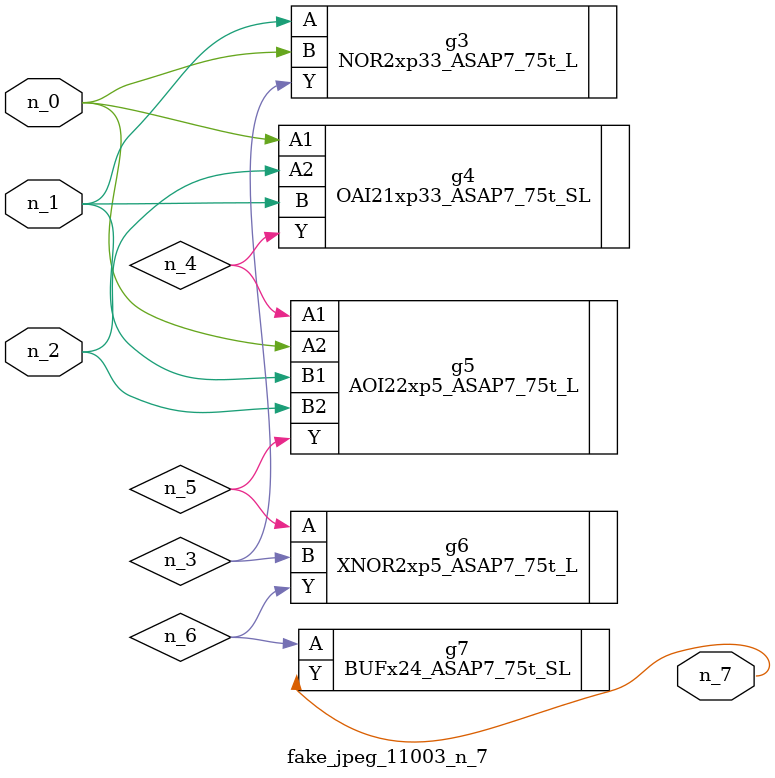
<source format=v>
module fake_jpeg_11003_n_7 (n_0, n_2, n_1, n_7);

input n_0;
input n_2;
input n_1;

output n_7;

wire n_3;
wire n_4;
wire n_6;
wire n_5;

NOR2xp33_ASAP7_75t_L g3 ( 
.A(n_1),
.B(n_0),
.Y(n_3)
);

OAI21xp33_ASAP7_75t_SL g4 ( 
.A1(n_0),
.A2(n_2),
.B(n_1),
.Y(n_4)
);

AOI22xp5_ASAP7_75t_L g5 ( 
.A1(n_4),
.A2(n_0),
.B1(n_1),
.B2(n_2),
.Y(n_5)
);

XNOR2xp5_ASAP7_75t_L g6 ( 
.A(n_5),
.B(n_3),
.Y(n_6)
);

BUFx24_ASAP7_75t_SL g7 ( 
.A(n_6),
.Y(n_7)
);


endmodule
</source>
